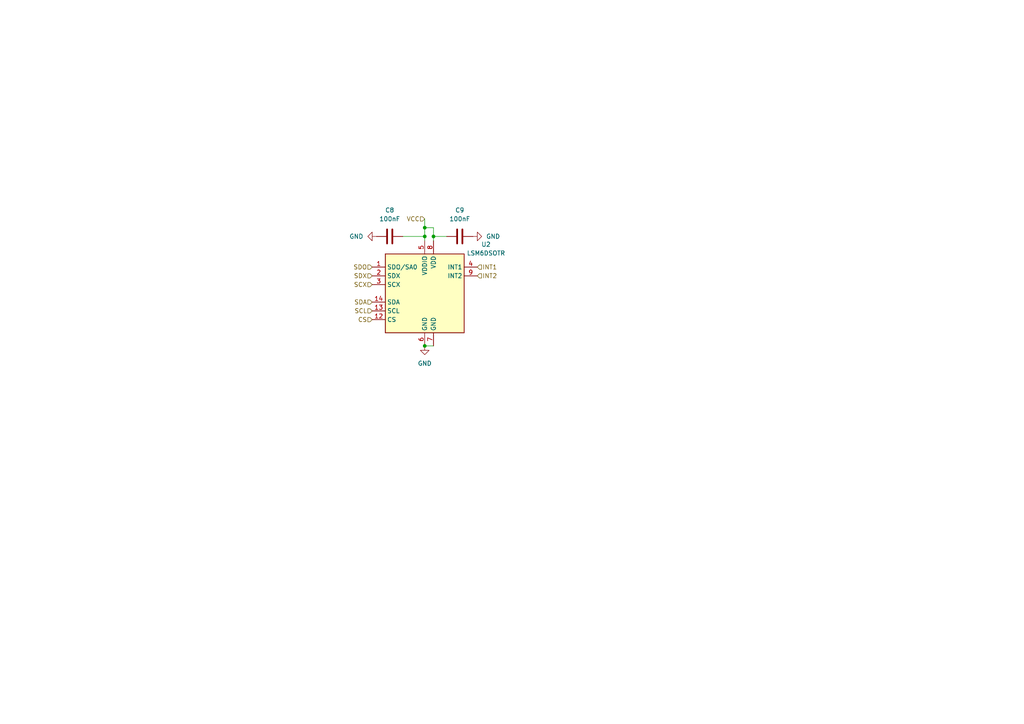
<source format=kicad_sch>
(kicad_sch (version 20230121) (generator eeschema)
  (paper "A4")
  (lib_symbols
    (symbol "Device:C" (pin_numbers hide) (pin_names (offset 0.254))
      (property "Reference" "C" (at 0.635 2.54 0))
      (property "Value" "C" (at 0.635 -2.54 0))
      (symbol "C_0_1"
        (polyline (pts (xy -2.032 -0.762) (xy 2.032 -0.762)) (stroke (width 0.508)))
        (polyline (pts (xy -2.032 0.762) (xy 2.032 0.762)) (stroke (width 0.508)))
      )
      (symbol "C_1_1"
        (pin passive line (at 0 3.81 270) (length 2.794) (name "~") (number "1"))
        (pin passive line (at 0 -3.81 90) (length 2.794) (name "~") (number "2"))
      )
    )
    (symbol "Sensor_Motion:LSM6DS3"
      (property "Reference" "U" (at -11.43 15.24 0))
      (property "Value" "LSM6DS3" (at -11.43 12.7 0))
      (symbol "LSM6DS3_0_1"
        (rectangle (start 11.43 11.43) (end -11.43 -11.43) (stroke (width 0.254)) (fill (type background)))
      )
      (symbol "LSM6DS3_1_1"
        (pin bidirectional line (at -15.24 7.62 0) (length 3.81) (name "SDO/SA0") (number "1"))
        (pin no_connect line (at 10.16 -5.08 180) (length 3.81) hide (name "NC") (number "10"))
        (pin no_connect line (at 10.16 -2.54 180) (length 3.81) hide (name "NC") (number "11"))
        (pin input line (at -15.24 -7.62 0) (length 3.81) (name "CS") (number "12"))
        (pin input line (at -15.24 -5.08 0) (length 3.81) (name "SCL") (number "13"))
        (pin bidirectional line (at -15.24 -2.54 0) (length 3.81) (name "SDA") (number "14"))
        (pin bidirectional line (at -15.24 5.08 0) (length 3.81) (name "SDX") (number "2"))
        (pin input line (at -15.24 2.54 0) (length 3.81) (name "SCX") (number "3"))
        (pin output line (at 15.24 7.62 180) (length 3.81) (name "INT1") (number "4"))
        (pin power_in line (at 0 15.24 270) (length 3.81) (name "VDDIO") (number "5"))
        (pin power_in line (at 0 -15.24 90) (length 3.81) (name "GND") (number "6"))
        (pin power_in line (at 2.54 -15.24 90) (length 3.81) (name "GND") (number "7"))
        (pin power_in line (at 2.54 15.24 270) (length 3.81) (name "VDD") (number "8"))
        (pin output line (at 15.24 5.08 180) (length 3.81) (name "INT2") (number "9"))
      )
    )
    (symbol "power:GND" (power) (pin_names (offset 0))
      (property "Value" "GND" (at 0 -3.81 0))
      (symbol "GND_0_1"
        (polyline (pts (xy 0 0) (xy 0 -1.27) (xy 1.27 -1.27) (xy 0 -2.54) (xy -1.27 -1.27) (xy 0 -1.27)))
      )
      (symbol "GND_1_1"
        (pin power_in line (at 0 0 270) (length 0) hide (name "GND") (number "1"))
      )
    )
  )
  (junction (at 123.19 100.33))
  (junction (at 123.19 68.58))
  (junction (at 125.73 68.58))
  (junction (at 123.19 66.04))
  (wire (pts (xy 125.73 66.04) (xy 125.73 68.58)))
  (wire (pts (xy 123.19 69.85) (xy 123.19 68.58)))
  (wire (pts (xy 125.73 68.58) (xy 125.73 69.85)))
  (wire (pts (xy 123.19 66.04) (xy 125.73 66.04)))
  (wire (pts (xy 116.84 68.58) (xy 123.19 68.58)))
  (wire (pts (xy 123.19 68.58) (xy 123.19 66.04)))
  (wire (pts (xy 125.73 68.58) (xy 129.54 68.58)))
  (wire (pts (xy 123.19 100.33) (xy 125.73 100.33)))
  (wire (pts (xy 123.19 66.04) (xy 123.19 63.5)))
  (hierarchical_label "INT2" (shape input) (at 138.43 80.01 0))
  (hierarchical_label "SDO" (shape input) (at 107.95 77.47 180))
  (hierarchical_label "INT1" (shape input) (at 138.43 77.47 0))
  (hierarchical_label "SDX" (shape input) (at 107.95 80.01 180))
  (hierarchical_label "SCL" (shape input) (at 107.95 90.17 180))
  (hierarchical_label "VCC" (shape input) (at 123.19 63.5 180))
  (hierarchical_label "SDA" (shape input) (at 107.95 87.63 180))
  (hierarchical_label "SCX" (shape input) (at 107.95 82.55 180))
  (hierarchical_label "CS" (shape input) (at 107.95 92.71 180))
  (symbol (lib_id "power:GND") (at 137.16 68.58 90) (unit 1)
    (property "Reference" "#PWR014" (effects hide))
    (property "Value" "GND" (at 140.97 68.5801 90) (effects (justify right)))
  )
  (symbol (lib_id "power:GND") (at 123.19 100.33 0) (unit 1)
    (property "Reference" "#PWR09" (effects hide))
    (property "Value" "GND" (at 123.19 105.41 0))
  )
  (symbol (lib_id "power:GND") (at 109.22 68.58 270) (unit 1)
    (property "Reference" "#PWR010" (effects hide))
    (property "Value" "GND" (at 105.41 68.5799 90) (effects (justify right)))
  )
  (symbol (lib_id "Sensor_Motion:LSM6DS3") (at 123.19 85.09 0) (unit 1)
    (property "Reference" "U2" (at 140.97 70.8912 0))
    (property "Value" "LSM6DSOTR" (at 140.97 73.4312 0))
    (property "Footprint" "Package_LGA:LGA-14_3x2.5mm_P0.5mm_LayoutBorder3x4y_JLC" (effects hide))
    (property "Datasheet" "www.st.com/resource/en/datasheet/lsm6ds3.pdf" (effects hide))
  )
  (symbol (lib_id "Device:C") (at 133.35 68.58 270) (unit 1)
    (property "Reference" "C9" (at 133.35 60.96 90))
    (property "Value" "100nF" (at 133.35 63.5 90))
    (property "Footprint" "Capacitor_SMD:C_0402_1005Metric" (effects hide))
  )
  (symbol (lib_id "Device:C") (at 113.03 68.58 90) (unit 1)
    (property "Reference" "C8" (at 113.03 60.96 90))
    (property "Value" "100nF" (at 113.03 63.5 90))
    (property "Footprint" "Capacitor_SMD:C_0402_1005Metric" (effects hide))
  )
)
</source>
